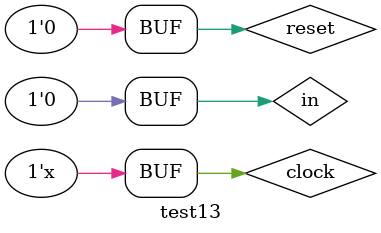
<source format=v>
module test13; 

reg clock, reset, in;
wire out;

  my_fsm U0 ( 
  .clock (clock),
  .reset (reset),
  .in    (in),
  .out  (out) 
  ); 
   
 
initial begin
  clock = 1;
  reset = 1;
  in = 0;
  $display("Starting simulation...");
  #2;
  reset = 0;
  #2;
  if (out !== 1'b0) $display("Failed 1"); 
  
  in = 1;
  #2;
  if (out !== 1'b0) $display("Failed 2");
  
  in = 1;  
  #2;
  if(out !== 1'b0) $display("Failed 3");
  
  in = 0;
  #2;
  if (out !== 1'b1) $display("Failed 4"); 
   
  in = 0;
  #2;
  if (out !== 1'b0) $display("Failed 5");
  
  #2;
  if (out !== 1'b0) $display("Failed 6");  
  $display("Done...");
end 
  

always begin
   #1 clock = !clock;
end
   
endmodule
</source>
